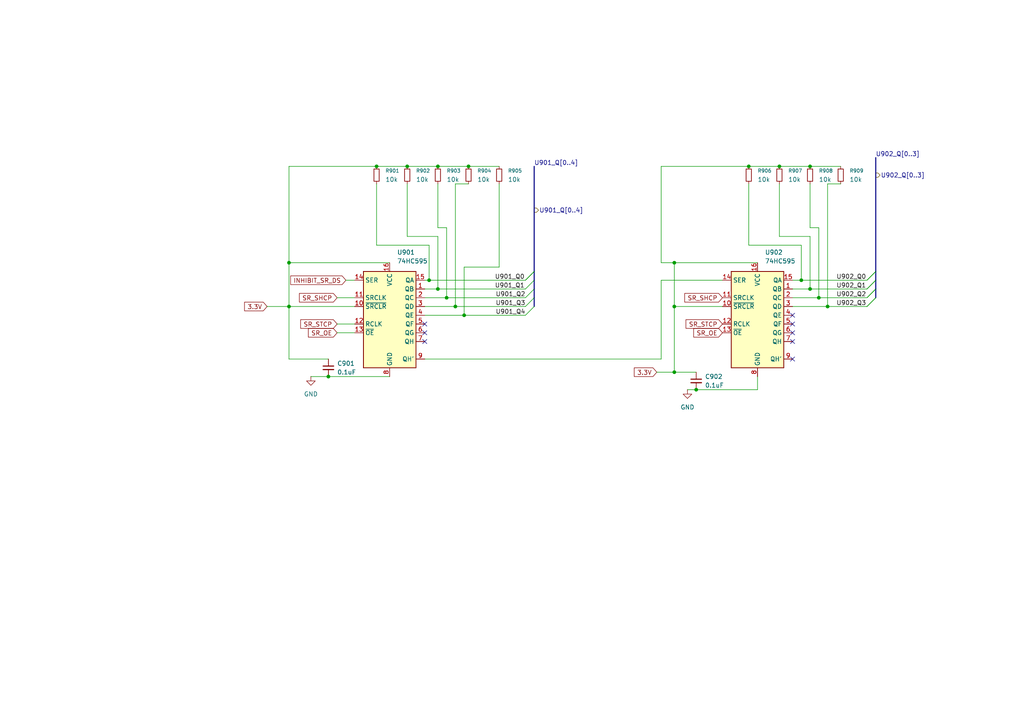
<source format=kicad_sch>
(kicad_sch (version 20250114) (generator "eeschema") (generator_version "9.0")
  (paper "A4")
  (lib_symbols
    (symbol "74xx:74HC595"
      (property "Reference" "U" (at -7.62 13.97 0))
      (property "Value" "74HC595" (at -7.62 -16.51 0))
      (symbol "74HC595_1_0"
        (pin input line (at -10.16 10.16 0) (length 2.54) (name "SER") (number "14"))
        (pin input line (at -10.16 5.08 0) (length 2.54) (name "SRCLK") (number "11"))
        (pin input line (at -10.16 2.54 0) (length 2.54) (name "~{SRCLR}") (number "10"))
        (pin input line (at -10.16 -2.54 0) (length 2.54) (name "RCLK") (number "12"))
        (pin input line (at -10.16 -5.08 0) (length 2.54) (name "~{OE}") (number "13"))
        (pin power_in line (at 0 15.24 270) (length 2.54) (name "VCC") (number "16"))
        (pin power_in line (at 0 -17.78 90) (length 2.54) (name "GND") (number "8"))
        (pin tri_state line (at 10.16 10.16 180) (length 2.54) (name "QA") (number "15"))
        (pin tri_state line (at 10.16 7.62 180) (length 2.54) (name "QB") (number "1"))
        (pin tri_state line (at 10.16 5.08 180) (length 2.54) (name "QC") (number "2"))
        (pin tri_state line (at 10.16 2.54 180) (length 2.54) (name "QD") (number "3"))
        (pin tri_state line (at 10.16 0 180) (length 2.54) (name "QE") (number "4"))
        (pin tri_state line (at 10.16 -2.54 180) (length 2.54) (name "QF") (number "5"))
        (pin tri_state line (at 10.16 -5.08 180) (length 2.54) (name "QG") (number "6"))
        (pin tri_state line (at 10.16 -7.62 180) (length 2.54) (name "QH") (number "7"))
        (pin output line (at 10.16 -12.7 180) (length 2.54) (name "QH'") (number "9"))
      )
      (symbol "74HC595_1_1"
        (rectangle (start -7.62 12.7) (end 7.62 -15.24) (stroke (width 0.254)) (fill (type background)))
      )
    )
    (symbol "Device:C_Small" (pin_numbers (hide yes)) (pin_names (offset 0.254) (hide yes))
      (property "Reference" "C" (at 0.254 1.778 0))
      (property "Value" "C_Small" (at 0.254 -2.032 0))
      (symbol "C_Small_0_1"
        (polyline (pts (xy -1.524 0.508) (xy 1.524 0.508)) (stroke (width 0.3048)))
        (polyline (pts (xy -1.524 -0.508) (xy 1.524 -0.508)) (stroke (width 0.3302)))
      )
      (symbol "C_Small_1_1"
        (pin passive line (at 0 2.54 270) (length 2.032) (name "~") (number "1"))
        (pin passive line (at 0 -2.54 90) (length 2.032) (name "~") (number "2"))
      )
    )
    (symbol "Device:R_Small" (pin_numbers (hide yes)) (pin_names (offset 0.254) (hide yes))
      (property "Reference" "R" (at 0 0 90))
      (property "Value" "R_Small" (at 1.778 0 90))
      (symbol "R_Small_0_1"
        (rectangle (start -0.762 1.778) (end 0.762 -1.778) (stroke (width 0.2032)))
      )
      (symbol "R_Small_1_1"
        (pin passive line (at 0 2.54 270) (length 0.762) (name "~") (number "1"))
        (pin passive line (at 0 -2.54 90) (length 0.762) (name "~") (number "2"))
      )
    )
    (symbol "GND_1" (power) (pin_numbers (hide yes)) (pin_names (offset 0) (hide yes))
      (property "Value" "GND" (at 0 -3.81 0))
      (symbol "GND_1_0_1"
        (polyline (pts (xy 0 0) (xy 0 -1.27) (xy 1.27 -1.27) (xy 0 -2.54) (xy -1.27 -1.27) (xy 0 -1.27)))
      )
      (symbol "GND_1_1_1"
        (pin power_in line (at 0 0 270) (length 0) (name "~") (number "1"))
      )
    )
  )
  (junction (at 127 83.82))
  (junction (at 195.58 76.2))
  (junction (at 83.82 88.9))
  (junction (at 95.25 109.22))
  (junction (at 109.22 48.26))
  (junction (at 132.08 88.9))
  (junction (at 232.41 81.28))
  (junction (at 129.54 86.36))
  (junction (at 237.49 86.36))
  (junction (at 201.93 113.03))
  (junction (at 127 48.26))
  (junction (at 234.95 48.26))
  (junction (at 118.11 48.26))
  (junction (at 217.17 48.26))
  (junction (at 83.82 76.2))
  (junction (at 195.58 107.95))
  (junction (at 135.89 48.26))
  (junction (at 134.62 91.44))
  (junction (at 226.06 48.26))
  (junction (at 124.46 81.28))
  (junction (at 234.95 83.82))
  (junction (at 195.58 88.9))
  (junction (at 240.03 88.9))
  (no_connect (at 229.87 93.98))
  (no_connect (at 123.19 93.98))
  (no_connect (at 229.87 96.52))
  (no_connect (at 229.87 104.14))
  (no_connect (at 123.19 99.06))
  (no_connect (at 229.87 91.44))
  (no_connect (at 229.87 99.06))
  (no_connect (at 123.19 96.52))
  (bus_entry (at 254 78.74) (size -2.54 2.54))
  (bus_entry (at 154.94 81.28) (size -2.54 2.54))
  (bus_entry (at 254 81.28) (size -2.54 2.54))
  (bus_entry (at 152.4 81.28) (size 2.54 -2.54))
  (bus_entry (at 254 81.28) (size -2.54 2.54))
  (bus_entry (at 254 78.74) (size -2.54 2.54))
  (bus_entry (at 254 83.82) (size -2.54 2.54))
  (bus_entry (at 152.4 91.44) (size 2.54 -2.54))
  (bus_entry (at 152.4 88.9) (size 2.54 -2.54))
  (bus_entry (at 154.94 78.74) (size -2.54 2.54))
  (bus_entry (at 254 86.36) (size -2.54 2.54))
  (bus_entry (at 152.4 86.36) (size 2.54 -2.54))
  (bus_entry (at 254 86.36) (size -2.54 2.54))
  (bus_entry (at 254 83.82) (size -2.54 2.54))
  (wire (pts (xy 90.17 109.22) (xy 95.25 109.22)))
  (wire (pts (xy 217.17 53.34) (xy 217.17 71.12)))
  (wire (pts (xy 83.82 88.9) (xy 102.87 88.9)))
  (wire (pts (xy 123.19 83.82) (xy 127 83.82)))
  (wire (pts (xy 97.79 96.52) (xy 102.87 96.52)))
  (wire (pts (xy 77.47 88.9) (xy 83.82 88.9)))
  (wire (pts (xy 109.22 48.26) (xy 83.82 48.26)))
  (wire (pts (xy 234.95 48.26) (xy 243.84 48.26)))
  (wire (pts (xy 109.22 71.12) (xy 124.46 71.12)))
  (wire (pts (xy 232.41 71.12) (xy 232.41 81.28)))
  (wire (pts (xy 109.22 48.26) (xy 118.11 48.26)))
  (wire (pts (xy 127 48.26) (xy 135.89 48.26)))
  (bus (pts (xy 154.94 78.74) (xy 154.94 81.28)))
  (wire (pts (xy 129.54 86.36) (xy 152.4 86.36)))
  (wire (pts (xy 127 68.58) (xy 127 83.82)))
  (wire (pts (xy 195.58 76.2) (xy 219.71 76.2)))
  (wire (pts (xy 123.19 81.28) (xy 124.46 81.28)))
  (wire (pts (xy 234.95 83.82) (xy 251.46 83.82)))
  (wire (pts (xy 134.62 91.44) (xy 152.4 91.44)))
  (wire (pts (xy 217.17 48.26) (xy 191.77 48.26)))
  (wire (pts (xy 229.87 86.36) (xy 237.49 86.36)))
  (wire (pts (xy 237.49 86.36) (xy 251.46 86.36)))
  (wire (pts (xy 226.06 48.26) (xy 234.95 48.26)))
  (wire (pts (xy 127 53.34) (xy 127 66.04)))
  (wire (pts (xy 201.93 107.95) (xy 195.58 107.95)))
  (wire (pts (xy 123.19 91.44) (xy 134.62 91.44)))
  (bus (pts (xy 254 86.36) (xy 254 83.82)))
  (wire (pts (xy 191.77 81.28) (xy 191.77 104.14)))
  (wire (pts (xy 229.87 88.9) (xy 240.03 88.9)))
  (wire (pts (xy 123.19 86.36) (xy 129.54 86.36)))
  (wire (pts (xy 217.17 71.12) (xy 232.41 71.12)))
  (bus (pts (xy 154.94 48.26) (xy 154.94 78.74)))
  (wire (pts (xy 97.79 93.98) (xy 102.87 93.98)))
  (bus (pts (xy 154.94 86.36) (xy 154.94 88.9)))
  (bus (pts (xy 154.94 83.82) (xy 154.94 86.36)))
  (wire (pts (xy 219.71 109.22) (xy 219.71 113.03)))
  (wire (pts (xy 118.11 48.26) (xy 127 48.26)))
  (wire (pts (xy 240.03 53.34) (xy 243.84 53.34)))
  (wire (pts (xy 109.22 53.34) (xy 109.22 71.12)))
  (wire (pts (xy 95.25 104.14) (xy 83.82 104.14)))
  (wire (pts (xy 191.77 76.2) (xy 195.58 76.2)))
  (wire (pts (xy 191.77 48.26) (xy 191.77 76.2)))
  (bus (pts (xy 254 81.28) (xy 254 78.74)))
  (wire (pts (xy 127 66.04) (xy 129.54 66.04)))
  (wire (pts (xy 201.93 113.03) (xy 219.71 113.03)))
  (wire (pts (xy 83.82 88.9) (xy 83.82 104.14)))
  (wire (pts (xy 132.08 53.34) (xy 135.89 53.34)))
  (wire (pts (xy 199.39 113.03) (xy 201.93 113.03)))
  (wire (pts (xy 118.11 53.34) (xy 118.11 68.58)))
  (bus (pts (xy 254 45.72) (xy 254 78.74)))
  (wire (pts (xy 134.62 77.47) (xy 134.62 91.44)))
  (wire (pts (xy 234.95 68.58) (xy 234.95 83.82)))
  (wire (pts (xy 102.87 86.36) (xy 97.79 86.36)))
  (wire (pts (xy 229.87 83.82) (xy 234.95 83.82)))
  (wire (pts (xy 124.46 71.12) (xy 124.46 81.28)))
  (wire (pts (xy 132.08 53.34) (xy 132.08 88.9)))
  (wire (pts (xy 191.77 81.28) (xy 209.55 81.28)))
  (wire (pts (xy 95.25 109.22) (xy 113.03 109.22)))
  (wire (pts (xy 234.95 53.34) (xy 234.95 66.04)))
  (wire (pts (xy 124.46 81.28) (xy 152.4 81.28)))
  (wire (pts (xy 83.82 76.2) (xy 83.82 88.9)))
  (wire (pts (xy 195.58 88.9) (xy 195.58 76.2)))
  (bus (pts (xy 154.94 81.28) (xy 154.94 83.82)))
  (wire (pts (xy 240.03 53.34) (xy 240.03 88.9)))
  (wire (pts (xy 123.19 88.9) (xy 132.08 88.9)))
  (wire (pts (xy 226.06 68.58) (xy 234.95 68.58)))
  (wire (pts (xy 132.08 88.9) (xy 152.4 88.9)))
  (wire (pts (xy 144.78 53.34) (xy 144.78 77.47)))
  (wire (pts (xy 118.11 68.58) (xy 127 68.58)))
  (wire (pts (xy 240.03 88.9) (xy 251.46 88.9)))
  (bus (pts (xy 254 83.82) (xy 254 81.28)))
  (wire (pts (xy 229.87 81.28) (xy 232.41 81.28)))
  (wire (pts (xy 226.06 53.34) (xy 226.06 68.58)))
  (wire (pts (xy 234.95 66.04) (xy 237.49 66.04)))
  (wire (pts (xy 127 83.82) (xy 152.4 83.82)))
  (wire (pts (xy 123.19 104.14) (xy 191.77 104.14)))
  (wire (pts (xy 100.33 81.28) (xy 102.87 81.28)))
  (wire (pts (xy 113.03 76.2) (xy 83.82 76.2)))
  (wire (pts (xy 135.89 48.26) (xy 144.78 48.26)))
  (wire (pts (xy 144.78 77.47) (xy 134.62 77.47)))
  (wire (pts (xy 129.54 66.04) (xy 129.54 86.36)))
  (wire (pts (xy 232.41 81.28) (xy 251.46 81.28)))
  (wire (pts (xy 217.17 48.26) (xy 226.06 48.26)))
  (wire (pts (xy 195.58 88.9) (xy 209.55 88.9)))
  (wire (pts (xy 195.58 88.9) (xy 195.58 107.95)))
  (wire (pts (xy 237.49 66.04) (xy 237.49 86.36)))
  (wire (pts (xy 195.58 107.95) (xy 190.5 107.95)))
  (wire (pts (xy 83.82 48.26) (xy 83.82 76.2)))
  (label "U902_Q1" (at 242.57 83.82 0))
  (label "U902_Q0" (at 242.57 81.28 0))
  (label "U901_Q[0..4]" (at 154.94 48.26 0))
  (label "U901_Q1" (at 143.51 83.82 0))
  (label "U902_Q3" (at 242.57 88.9 0))
  (label "U901_Q2" (at 152.4 86.36 180))
  (label "U902_Q2" (at 242.57 86.36 0))
  (label "U901_Q3" (at 152.4 88.9 180))
  (label "U901_Q0" (at 143.51 81.28 0))
  (label "U901_Q4" (at 152.4 91.44 180))
  (label "U902_Q[0..3]" (at 254 45.72 0))
  (global_label "SR_OE" (shape input) (at 97.79 96.52 180) (property "Intersheetrefs" "${INTERSHEET_REFS}" (effects (hide yes))))
  (global_label "3.3V" (shape input) (at 190.5 107.95 180) (property "Intersheetrefs" "${INTERSHEET_REFS}" (effects (hide yes))))
  (global_label "SR_SHCP" (shape input) (at 209.55 86.36 180) (property "Intersheetrefs" "${INTERSHEET_REFS}" (effects (hide yes))))
  (global_label "INHIBIT_SR_DS" (shape input) (at 100.33 81.28 180) (property "Intersheetrefs" "${INTERSHEET_REFS}" (effects (hide yes))))
  (global_label "SR_OE" (shape input) (at 209.55 96.52 180) (property "Intersheetrefs" "${INTERSHEET_REFS}" (effects (hide yes))))
  (global_label "SR_SHCP" (shape input) (at 97.79 86.36 180) (property "Intersheetrefs" "${INTERSHEET_REFS}" (effects (hide yes))))
  (global_label "SR_STCP" (shape input) (at 209.55 93.98 180) (property "Intersheetrefs" "${INTERSHEET_REFS}" (effects (hide yes))))
  (global_label "SR_STCP" (shape input) (at 97.79 93.98 180) (property "Intersheetrefs" "${INTERSHEET_REFS}" (effects (hide yes))))
  (global_label "3.3V" (shape input) (at 77.47 88.9 180) (property "Intersheetrefs" "${INTERSHEET_REFS}" (effects (hide yes))))
  (hierarchical_label "U901_Q[0..4]" (shape output) (at 154.94 60.96 0))
  (hierarchical_label "U902_Q[0..3]" (shape output) (at 254 50.8 0))
  (symbol (lib_id "Device:C_Small") (at 201.93 110.49 0) (unit 1)
    (property "Reference" "C902" (at 204.47 109.2262 0) (effects (justify left)))
    (property "Value" "0.1uF" (at 204.47 111.7662 0) (effects (justify left)))
    (property "Footprint" "Capacitor_THT:C_Axial_L3.8mm_D2.6mm_P7.50mm_Horizontal" (effects (hide yes)))
    (property "Description" "Unpolarized capacitor, small symbol" (effects (hide yes)))
  )
  (symbol (lib_id "Device:R_Small") (at 217.17 50.8 0) (unit 1)
    (property "Reference" "R906" (at 219.71 49.5299 0) (effects (font (size 1.016 1.016)) (justify left)))
    (property "Value" "10k" (at 219.71 52.0699 0) (effects (justify left)))
    (property "Footprint" "Resistor_THT:R_Axial_DIN0204_L3.6mm_D1.6mm_P5.08mm_Horizontal" (effects (hide yes)))
    (property "Description" "Resistor, small symbol" (effects (hide yes)))
  )
  (symbol (lib_id "Device:R_Small") (at 135.89 50.8 0) (unit 1)
    (property "Reference" "R904" (at 138.43 49.5299 0) (effects (font (size 1.016 1.016)) (justify left)))
    (property "Value" "10k" (at 138.43 52.0699 0) (effects (justify left)))
    (property "Footprint" "Resistor_THT:R_Axial_DIN0204_L3.6mm_D1.6mm_P5.08mm_Horizontal" (effects (hide yes)))
    (property "Description" "Resistor, small symbol" (effects (hide yes)))
  )
  (symbol (lib_id "Device:R_Small") (at 109.22 50.8 0) (unit 1)
    (property "Reference" "R901" (at 111.76 49.5299 0) (effects (font (size 1.016 1.016)) (justify left)))
    (property "Value" "10k" (at 111.76 52.0699 0) (effects (justify left)))
    (property "Footprint" "Resistor_THT:R_Axial_DIN0204_L3.6mm_D1.6mm_P5.08mm_Horizontal" (effects (hide yes)))
    (property "Description" "Resistor, small symbol" (effects (hide yes)))
  )
  (symbol (lib_id "74xx:74HC595") (at 219.71 91.44 0) (unit 1)
    (property "Reference" "U902" (at 221.8533 73.19 0) (effects (justify left)))
    (property "Value" "74HC595" (at 221.8533 75.73 0) (effects (justify left)))
    (property "Footprint" "Package_DIP:CERDIP-16_W7.62mm_SideBrazed" (effects (hide yes)))
    (property "Datasheet" "http://www.ti.com/lit/ds/symlink/sn74hc595.pdf" (effects (hide yes)))
    (property "Description" "8-bit serial in/out Shift Register 3-State Outputs" (effects (hide yes)))
  )
  (symbol (lib_id "Device:C_Small") (at 95.25 106.68 0) (unit 1)
    (property "Reference" "C901" (at 97.79 105.4162 0) (effects (justify left)))
    (property "Value" "0.1uF" (at 97.79 107.9562 0) (effects (justify left)))
    (property "Footprint" "Capacitor_THT:C_Axial_L3.8mm_D2.6mm_P7.50mm_Horizontal" (effects (hide yes)))
    (property "Description" "Unpolarized capacitor, small symbol" (effects (hide yes)))
  )
  (symbol (lib_name "GND_1") (lib_id "power:GND") (at 199.39 113.03 0) (unit 1)
    (property "Reference" "#PWR0902" (effects (hide yes)))
    (property "Value" "GND" (at 199.39 118.11 0))
    (property "Description" "Power symbol creates a global label with name \"GND\" , ground" (effects (hide yes)))
  )
  (symbol (lib_name "GND_1") (lib_id "power:GND") (at 90.17 109.22 0) (unit 1)
    (property "Reference" "#PWR0901" (effects (hide yes)))
    (property "Value" "GND" (at 90.17 114.3 0))
    (property "Description" "Power symbol creates a global label with name \"GND\" , ground" (effects (hide yes)))
  )
  (symbol (lib_id "Device:R_Small") (at 127 50.8 0) (unit 1)
    (property "Reference" "R903" (at 129.54 49.5299 0) (effects (font (size 1.016 1.016)) (justify left)))
    (property "Value" "10k" (at 129.54 52.0699 0) (effects (justify left)))
    (property "Footprint" "Resistor_THT:R_Axial_DIN0204_L3.6mm_D1.6mm_P5.08mm_Horizontal" (effects (hide yes)))
    (property "Description" "Resistor, small symbol" (effects (hide yes)))
  )
  (symbol (lib_id "Device:R_Small") (at 144.78 50.8 0) (unit 1)
    (property "Reference" "R905" (at 147.32 49.5299 0) (effects (font (size 1.016 1.016)) (justify left)))
    (property "Value" "10k" (at 147.32 52.0699 0) (effects (justify left)))
    (property "Footprint" "Resistor_THT:R_Axial_DIN0204_L3.6mm_D1.6mm_P5.08mm_Horizontal" (effects (hide yes)))
    (property "Description" "Resistor, small symbol" (effects (hide yes)))
  )
  (symbol (lib_id "Device:R_Small") (at 234.95 50.8 0) (unit 1)
    (property "Reference" "R908" (at 237.49 49.5299 0) (effects (font (size 1.016 1.016)) (justify left)))
    (property "Value" "10k" (at 237.49 52.0699 0) (effects (justify left)))
    (property "Footprint" "Resistor_THT:R_Axial_DIN0204_L3.6mm_D1.6mm_P5.08mm_Horizontal" (effects (hide yes)))
    (property "Description" "Resistor, small symbol" (effects (hide yes)))
  )
  (symbol (lib_id "Device:R_Small") (at 243.84 50.8 0) (unit 1)
    (property "Reference" "R909" (at 246.38 49.5299 0) (effects (font (size 1.016 1.016)) (justify left)))
    (property "Value" "10k" (at 246.38 52.0699 0) (effects (justify left)))
    (property "Footprint" "Resistor_THT:R_Axial_DIN0204_L3.6mm_D1.6mm_P5.08mm_Horizontal" (effects (hide yes)))
    (property "Description" "Resistor, small symbol" (effects (hide yes)))
  )
  (symbol (lib_id "74xx:74HC595") (at 113.03 91.44 0) (unit 1)
    (property "Reference" "U901" (at 115.1733 73.19 0) (effects (justify left)))
    (property "Value" "74HC595" (at 115.1733 75.73 0) (effects (justify left)))
    (property "Footprint" "Package_DIP:CERDIP-16_W7.62mm_SideBrazed" (effects (hide yes)))
    (property "Datasheet" "http://www.ti.com/lit/ds/symlink/sn74hc595.pdf" (effects (hide yes)))
    (property "Description" "8-bit serial in/out Shift Register 3-State Outputs" (effects (hide yes)))
  )
  (symbol (lib_id "Device:R_Small") (at 118.11 50.8 0) (unit 1)
    (property "Reference" "R902" (at 120.65 49.5299 0) (effects (font (size 1.016 1.016)) (justify left)))
    (property "Value" "10k" (at 120.65 52.0699 0) (effects (justify left)))
    (property "Footprint" "Resistor_THT:R_Axial_DIN0204_L3.6mm_D1.6mm_P5.08mm_Horizontal" (effects (hide yes)))
    (property "Description" "Resistor, small symbol" (effects (hide yes)))
  )
  (symbol (lib_id "Device:R_Small") (at 226.06 50.8 0) (unit 1)
    (property "Reference" "R907" (at 228.6 49.5299 0) (effects (font (size 1.016 1.016)) (justify left)))
    (property "Value" "10k" (at 228.6 52.0699 0) (effects (justify left)))
    (property "Footprint" "Resistor_THT:R_Axial_DIN0204_L3.6mm_D1.6mm_P5.08mm_Horizontal" (effects (hide yes)))
    (property "Description" "Resistor, small symbol" (effects (hide yes)))
  )
)
</source>
